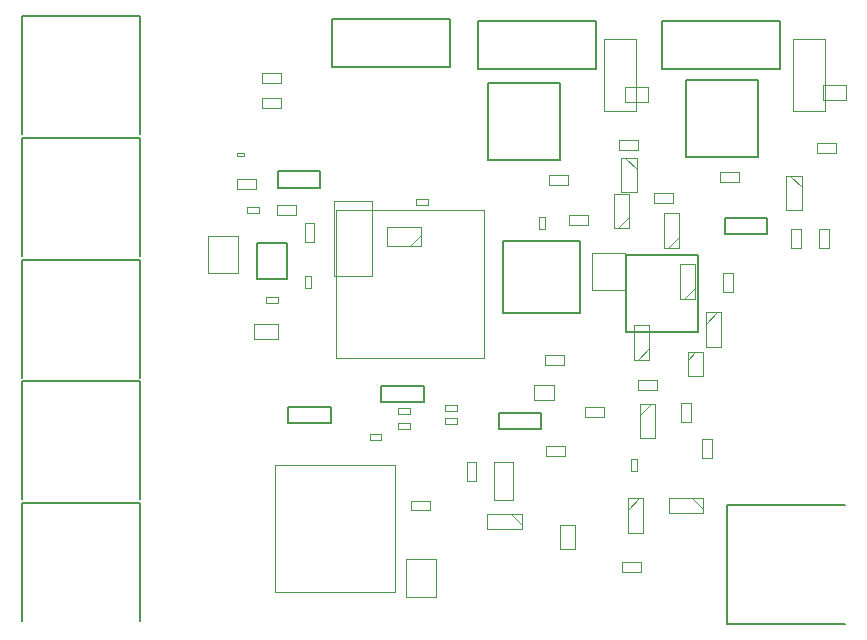
<source format=gbr>
%FSTAX23Y23*%
%MOIN*%
%SFA1B1*%

%IPPOS*%
%ADD76C,0.007870*%
%ADD78C,0.003940*%
%LNpwr_board_final_mechanical_13-1*%
%LPD*%
G54D76*
X01611Y01041D02*
X01868D01*
Y01281*
X01611D02*
X01868D01*
X01611Y01041D02*
Y01281D01*
X02021Y01233D02*
X02261D01*
Y00976D02*
Y01233D01*
X02021Y00976D02*
X02261D01*
X02021D02*
Y01233D01*
X02355Y00399D02*
X02749D01*
X02355Y00005D02*
Y00399D01*
Y00005D02*
X02749D01*
X02221Y01561D02*
Y01818D01*
Y01561D02*
X02461D01*
Y01818*
X02221D02*
X02461D01*
X01561Y01551D02*
Y01808D01*
Y01551D02*
X01801D01*
Y01808*
X01561D02*
X01801D01*
X01035Y00672D02*
Y00727D01*
X00894Y00672D02*
X01035D01*
X00894D02*
Y00727D01*
X01035*
X01345Y00742D02*
Y00797D01*
X01203Y00742D02*
X01345D01*
X01203D02*
Y00797D01*
X01345*
X01595Y00652D02*
X01737D01*
Y00707*
X01595D02*
X01737D01*
X01595Y00652D02*
Y00707D01*
X0249Y01302D02*
Y01357D01*
X02349D02*
X0249D01*
X02349Y01302D02*
Y01357D01*
Y01302D02*
X0249D01*
X004Y00014D02*
Y00408D01*
X00006D02*
X004D01*
X00006Y00014D02*
Y00408D01*
X01527Y01855D02*
Y02015D01*
Y01855D02*
X01625D01*
X01822*
X01921*
X01527Y02015D02*
X01921D01*
Y01855D02*
Y02015D01*
X0104Y0186D02*
Y0202D01*
Y0186D02*
X01139D01*
X01335*
X01434*
X0104Y0202D02*
X01434D01*
Y0186D02*
Y0202D01*
X004Y01636D02*
Y0203D01*
X00006D02*
X004D01*
X00006Y01636D02*
Y0203D01*
X004Y01229D02*
Y01623D01*
X00006D02*
X004D01*
X00006Y01229D02*
Y01623D01*
X004Y00419D02*
Y00813D01*
X00006D02*
X004D01*
X00006Y00419D02*
Y00813D01*
X0214Y01855D02*
Y02015D01*
Y01855D02*
X02239D01*
X02435*
X02534*
X0214Y02015D02*
X02534D01*
Y01855D02*
Y02015D01*
X004Y00824D02*
Y01218D01*
X00006D02*
X004D01*
X00006Y00824D02*
Y01218D01*
X01Y01457D02*
Y01512D01*
X00859D02*
X01D01*
X00859Y01457D02*
Y01512D01*
Y01457D02*
X01D01*
X00791Y01274D02*
X0089D01*
Y01155D02*
Y01274D01*
X00791Y01155D02*
X0089D01*
X00791D02*
Y01274D01*
G54D78*
X01829Y01366D02*
X01892D01*
Y01333D02*
Y01366D01*
X01829Y01333D02*
X01892D01*
X01829D02*
Y01366D01*
X0198Y01322D02*
X02031D01*
X0198D02*
Y01437D01*
X02031*
Y01322D02*
Y01437D01*
X01994Y01322D02*
X02031Y0136D01*
X02396Y01478D02*
Y01511D01*
X02333Y01478D02*
X02396D01*
X02333D02*
Y01511D01*
X02396*
X02602Y01258D02*
Y01321D01*
X02569Y01258D02*
X02602D01*
X02569D02*
Y01321D01*
X02602*
X02568Y01497D02*
X02605Y01459D01*
Y01382D02*
Y01497D01*
X02554Y01382D02*
X02605D01*
X02554D02*
Y01497D01*
X02605*
X02697Y01258D02*
Y01321D01*
X02664Y01258D02*
X02697D01*
X02664D02*
Y01321D01*
X02697*
X01826Y01468D02*
Y01501D01*
X01763Y01468D02*
X01826D01*
X01763D02*
Y01501D01*
X01826*
X01173Y01165D02*
Y01415D01*
X01048D02*
X01173D01*
X01048Y01165D02*
Y01415D01*
Y01165D02*
X01173D01*
X02675Y0175D02*
X02754D01*
Y01799*
X02675D02*
X02754D01*
X02675Y0175D02*
Y01799D01*
X02658Y01573D02*
Y01606D01*
X02721*
Y01573D02*
Y01606D01*
X02658Y01573D02*
X02721D01*
X01998Y01583D02*
Y01616D01*
X02061*
Y01583D02*
Y01616D01*
X01998Y01583D02*
X02061D01*
X02015Y01745D02*
Y01794D01*
X02094*
Y01745D02*
Y01794D01*
X02015Y01745D02*
X02094D01*
X013Y01263D02*
X01337Y013D01*
X01223Y01263D02*
X01337D01*
X01223D02*
Y01326D01*
X01337*
Y01263D02*
Y01326D01*
X02004Y01557D02*
X02055D01*
X02004Y01442D02*
Y01557D01*
Y01442D02*
X02055D01*
Y01557*
X02018D02*
X02055Y01519D01*
X0132Y014D02*
Y01419D01*
X01359*
Y014D02*
Y01419D01*
X0132Y014D02*
X01359D01*
X02008Y00211D02*
X02071D01*
Y00178D02*
Y00211D01*
X02008Y00178D02*
X02071D01*
X02008D02*
Y00211D01*
X01712Y00799D02*
X01779D01*
X01712Y0075D02*
Y00799D01*
Y0075D02*
X01779D01*
Y00799*
X0085Y0011D02*
X0125D01*
X0085D02*
Y00535D01*
X0125*
Y0011D02*
Y00535D01*
X02285Y01042D02*
X02336D01*
Y00927D02*
Y01042D01*
X02285Y00927D02*
X02336D01*
X02285D02*
Y01042D01*
Y01004D02*
X02322Y01042D01*
X0206Y00885D02*
X02098Y00922D01*
Y00885D02*
Y00999D01*
X02047D02*
X02098D01*
X02047Y00885D02*
Y00999D01*
Y00885D02*
X02098D01*
X022Y01087D02*
X02251D01*
X022D02*
Y01202D01*
X02251*
Y01087D02*
Y01202D01*
X02214Y01087D02*
X02251Y01125D01*
X02065Y00699D02*
X02102Y00737D01*
X02065Y00622D02*
Y00737D01*
Y00622D02*
X02116D01*
Y00737*
X02065D02*
X02116D01*
X02277Y00374D02*
Y00425D01*
X02163Y00374D02*
X02277D01*
X02163D02*
Y00425D01*
X02277*
X0224D02*
X02277Y00388D01*
X02025Y00384D02*
X02062Y00422D01*
X02025Y00307D02*
Y00422D01*
Y00307D02*
X02076D01*
Y00422*
X02025D02*
X02076D01*
X01672Y00319D02*
Y0037D01*
X01558Y00319D02*
X01672D01*
X01558D02*
Y0037D01*
X01672*
X01635D02*
X01672Y00333D01*
X02159Y01257D02*
X02196Y01295D01*
Y01257D02*
Y01372D01*
X02145D02*
X02196D01*
X02145Y01257D02*
Y01372D01*
Y01257D02*
X02196D01*
X00858Y01401D02*
X00921D01*
Y01368D02*
Y01401D01*
X00858Y01368D02*
X00921D01*
X00858D02*
Y01401D01*
X01546Y0089D02*
Y01382D01*
X01054D02*
X01546D01*
X01054Y0089D02*
Y01382D01*
Y0089D02*
X01546D01*
X0126Y00724D02*
X01299D01*
X0126Y00705D02*
Y00724D01*
Y00705D02*
X01299D01*
Y00724*
X01754Y00596D02*
X01817D01*
Y00563D02*
Y00596D01*
X01754Y00563D02*
X01817D01*
X01754D02*
Y00596D01*
X01749Y00901D02*
X01812D01*
Y00868D02*
Y00901D01*
X01749Y00868D02*
X01812D01*
X01749D02*
Y00901D01*
X02036Y00515D02*
X02055D01*
Y00554*
X02036D02*
X02055D01*
X02036Y00515D02*
Y00554D01*
X02204Y00678D02*
Y00741D01*
X02237*
Y00678D02*
Y00741D01*
X02204Y00678D02*
X02237D01*
X02307Y00558D02*
Y00621D01*
X02274Y00558D02*
X02307D01*
X02274D02*
Y00621D01*
X02307*
X01884Y00726D02*
X01947D01*
Y00693D02*
Y00726D01*
X01884Y00693D02*
X01947D01*
X01884D02*
Y00726D01*
X01801Y00255D02*
Y00334D01*
X0185*
Y00255D02*
Y00334D01*
X01801Y00255D02*
X0185D01*
X01579Y00417D02*
Y00542D01*
Y00417D02*
X01642D01*
Y00542*
X01579D02*
X01642D01*
X01416Y00689D02*
X01455D01*
X01416Y0067D02*
Y00689D01*
Y0067D02*
X01455D01*
Y00689*
Y00715D02*
Y00734D01*
X01416Y00715D02*
X01455D01*
X01416D02*
Y00734D01*
X01455*
X01304Y00384D02*
X01367D01*
Y00415*
X01304D02*
X01367D01*
X01304Y00384D02*
Y00415D01*
X01299Y00655D02*
Y00674D01*
X0126Y00655D02*
X01299D01*
X0126D02*
Y00674D01*
X01299*
X01165Y00638D02*
X01204D01*
X01165Y00618D02*
Y00638D01*
Y00618D02*
X01204D01*
Y00638*
X01385Y00095D02*
Y00221D01*
X01286D02*
X01385D01*
X01286Y00095D02*
Y00221D01*
Y00095D02*
X01385D01*
X0149Y0048D02*
Y00542D01*
Y0048D02*
X01521D01*
Y00542*
X0149D02*
X01521D01*
X02176Y01408D02*
Y01441D01*
X02113D02*
X02176D01*
X02113Y01408D02*
Y01441D01*
Y01408D02*
X02176D01*
X00808Y01808D02*
Y01841D01*
Y01808D02*
X00871D01*
Y01841*
X00808D02*
X00871D01*
X00808Y01723D02*
Y01756D01*
Y01723D02*
X00871D01*
Y01756*
X00808D02*
X00871D01*
X02344Y0111D02*
X02377D01*
Y01172*
X02344D02*
X02377D01*
X02344Y0111D02*
Y01172D01*
X02122Y00783D02*
Y00816D01*
X02059D02*
X02122D01*
X02059Y00783D02*
Y00816D01*
Y00783D02*
X02122D01*
X0175Y0132D02*
Y01359D01*
X01731Y0132D02*
X0175D01*
X01731D02*
Y01359D01*
X0175*
X01905Y01118D02*
Y01241D01*
X02016*
Y01118D02*
Y01241D01*
X01905Y01118D02*
X02016D01*
X02577Y01955D02*
X02682D01*
X02577Y01714D02*
Y01955D01*
Y01714D02*
X02682D01*
Y01955*
X01947D02*
X02053D01*
X01947Y01714D02*
Y01955D01*
Y01714D02*
X02053D01*
Y01955*
X02226Y00883D02*
X02251Y00909D01*
X02226Y0083D02*
Y00909D01*
Y0083D02*
X02275D01*
Y00909*
X02226D02*
X02275D01*
X00626Y01172D02*
X00725D01*
Y01297*
X00626D02*
X00725D01*
X00626Y01172D02*
Y01297D01*
X00795Y01375D02*
Y01394D01*
X00756D02*
X00795D01*
X00756Y01375D02*
Y01394D01*
Y01375D02*
X00795D01*
X00724Y01453D02*
Y01486D01*
Y01453D02*
X00787D01*
Y01486*
X00724D02*
X00787D01*
X00724Y01564D02*
Y01575D01*
Y01564D02*
X00747D01*
Y01575*
X00724D02*
X00747D01*
X00951Y01125D02*
X0097D01*
Y01164*
X00951D02*
X0097D01*
X00951Y01125D02*
Y01164D01*
X0095Y01278D02*
X00981D01*
Y01341*
X0095D02*
X00981D01*
X0095Y01278D02*
Y01341D01*
X00781Y00955D02*
X0086D01*
X00781D02*
Y01004D01*
X0086*
Y00955D02*
Y01004D01*
X0086Y01075D02*
Y01094D01*
X00821D02*
X0086D01*
X00821Y01075D02*
Y01094D01*
Y01075D02*
X0086D01*
M02*
</source>
